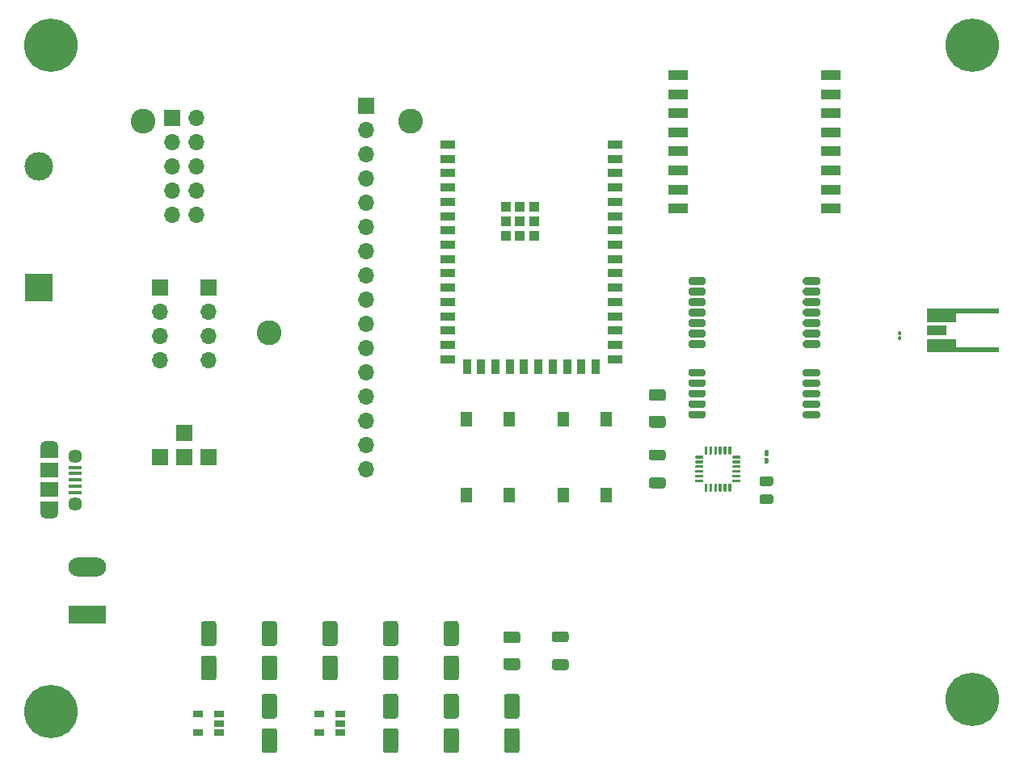
<source format=gbr>
%TF.GenerationSoftware,KiCad,Pcbnew,(5.1.9)-1*%
%TF.CreationDate,2022-07-25T22:00:42-05:00*%
%TF.ProjectId,GPSPuck,47505350-7563-46b2-9e6b-696361645f70,1*%
%TF.SameCoordinates,Original*%
%TF.FileFunction,Soldermask,Top*%
%TF.FilePolarity,Negative*%
%FSLAX46Y46*%
G04 Gerber Fmt 4.6, Leading zero omitted, Abs format (unit mm)*
G04 Created by KiCad (PCBNEW (5.1.9)-1) date 2022-07-25 22:00:42*
%MOMM*%
%LPD*%
G01*
G04 APERTURE LIST*
%ADD10C,3.600000*%
%ADD11C,5.600000*%
%ADD12R,2.000000X1.000000*%
%ADD13R,1.060000X0.650000*%
%ADD14R,1.100000X1.100000*%
%ADD15R,1.500000X0.900000*%
%ADD16R,0.900000X1.500000*%
%ADD17R,1.300000X1.550000*%
%ADD18R,1.700000X1.700000*%
%ADD19O,1.700000X1.700000*%
%ADD20R,1.900000X1.200000*%
%ADD21O,1.900000X1.200000*%
%ADD22R,1.900000X1.500000*%
%ADD23C,1.450000*%
%ADD24R,1.350000X0.400000*%
%ADD25O,3.960000X1.980000*%
%ADD26R,3.960000X1.980000*%
%ADD27C,3.000000*%
%ADD28R,3.000000X3.000000*%
%ADD29C,2.600000*%
%ADD30R,2.000000X1.100000*%
%ADD31C,0.100000*%
G04 APERTURE END LIST*
D10*
%TO.C,REF\u002A\u002A*%
X171450000Y-64770000D03*
D11*
X171450000Y-64770000D03*
%TD*%
D10*
%TO.C,REF\u002A\u002A*%
X171450000Y-133350000D03*
D11*
X171450000Y-133350000D03*
%TD*%
D10*
%TO.C,REF\u002A\u002A*%
X74930000Y-134620000D03*
D11*
X74930000Y-134620000D03*
%TD*%
%TO.C,REF\u002A\u002A*%
X74930000Y-64770000D03*
D10*
X74930000Y-64770000D03*
%TD*%
%TO.C,U6*%
G36*
G01*
X143605000Y-107695000D02*
X143455000Y-107695000D01*
G75*
G02*
X143380000Y-107620000I0J75000D01*
G01*
X143380000Y-106920000D01*
G75*
G02*
X143455000Y-106845000I75000J0D01*
G01*
X143605000Y-106845000D01*
G75*
G02*
X143680000Y-106920000I0J-75000D01*
G01*
X143680000Y-107620000D01*
G75*
G02*
X143605000Y-107695000I-75000J0D01*
G01*
G37*
G36*
G01*
X144105000Y-107695000D02*
X143955000Y-107695000D01*
G75*
G02*
X143880000Y-107620000I0J75000D01*
G01*
X143880000Y-106920000D01*
G75*
G02*
X143955000Y-106845000I75000J0D01*
G01*
X144105000Y-106845000D01*
G75*
G02*
X144180000Y-106920000I0J-75000D01*
G01*
X144180000Y-107620000D01*
G75*
G02*
X144105000Y-107695000I-75000J0D01*
G01*
G37*
G36*
G01*
X144605000Y-107695000D02*
X144455000Y-107695000D01*
G75*
G02*
X144380000Y-107620000I0J75000D01*
G01*
X144380000Y-106920000D01*
G75*
G02*
X144455000Y-106845000I75000J0D01*
G01*
X144605000Y-106845000D01*
G75*
G02*
X144680000Y-106920000I0J-75000D01*
G01*
X144680000Y-107620000D01*
G75*
G02*
X144605000Y-107695000I-75000J0D01*
G01*
G37*
G36*
G01*
X145105000Y-107695000D02*
X144955000Y-107695000D01*
G75*
G02*
X144880000Y-107620000I0J75000D01*
G01*
X144880000Y-106920000D01*
G75*
G02*
X144955000Y-106845000I75000J0D01*
G01*
X145105000Y-106845000D01*
G75*
G02*
X145180000Y-106920000I0J-75000D01*
G01*
X145180000Y-107620000D01*
G75*
G02*
X145105000Y-107695000I-75000J0D01*
G01*
G37*
G36*
G01*
X145605000Y-107695000D02*
X145455000Y-107695000D01*
G75*
G02*
X145380000Y-107620000I0J75000D01*
G01*
X145380000Y-106920000D01*
G75*
G02*
X145455000Y-106845000I75000J0D01*
G01*
X145605000Y-106845000D01*
G75*
G02*
X145680000Y-106920000I0J-75000D01*
G01*
X145680000Y-107620000D01*
G75*
G02*
X145605000Y-107695000I-75000J0D01*
G01*
G37*
G36*
G01*
X146105000Y-107695000D02*
X145955000Y-107695000D01*
G75*
G02*
X145880000Y-107620000I0J75000D01*
G01*
X145880000Y-106920000D01*
G75*
G02*
X145955000Y-106845000I75000J0D01*
G01*
X146105000Y-106845000D01*
G75*
G02*
X146180000Y-106920000I0J-75000D01*
G01*
X146180000Y-107620000D01*
G75*
G02*
X146105000Y-107695000I-75000J0D01*
G01*
G37*
G36*
G01*
X146305000Y-108045000D02*
X146305000Y-107895000D01*
G75*
G02*
X146380000Y-107820000I75000J0D01*
G01*
X147080000Y-107820000D01*
G75*
G02*
X147155000Y-107895000I0J-75000D01*
G01*
X147155000Y-108045000D01*
G75*
G02*
X147080000Y-108120000I-75000J0D01*
G01*
X146380000Y-108120000D01*
G75*
G02*
X146305000Y-108045000I0J75000D01*
G01*
G37*
G36*
G01*
X146305000Y-108545000D02*
X146305000Y-108395000D01*
G75*
G02*
X146380000Y-108320000I75000J0D01*
G01*
X147080000Y-108320000D01*
G75*
G02*
X147155000Y-108395000I0J-75000D01*
G01*
X147155000Y-108545000D01*
G75*
G02*
X147080000Y-108620000I-75000J0D01*
G01*
X146380000Y-108620000D01*
G75*
G02*
X146305000Y-108545000I0J75000D01*
G01*
G37*
G36*
G01*
X146305000Y-109045000D02*
X146305000Y-108895000D01*
G75*
G02*
X146380000Y-108820000I75000J0D01*
G01*
X147080000Y-108820000D01*
G75*
G02*
X147155000Y-108895000I0J-75000D01*
G01*
X147155000Y-109045000D01*
G75*
G02*
X147080000Y-109120000I-75000J0D01*
G01*
X146380000Y-109120000D01*
G75*
G02*
X146305000Y-109045000I0J75000D01*
G01*
G37*
G36*
G01*
X146305000Y-109545000D02*
X146305000Y-109395000D01*
G75*
G02*
X146380000Y-109320000I75000J0D01*
G01*
X147080000Y-109320000D01*
G75*
G02*
X147155000Y-109395000I0J-75000D01*
G01*
X147155000Y-109545000D01*
G75*
G02*
X147080000Y-109620000I-75000J0D01*
G01*
X146380000Y-109620000D01*
G75*
G02*
X146305000Y-109545000I0J75000D01*
G01*
G37*
G36*
G01*
X146305000Y-110045000D02*
X146305000Y-109895000D01*
G75*
G02*
X146380000Y-109820000I75000J0D01*
G01*
X147080000Y-109820000D01*
G75*
G02*
X147155000Y-109895000I0J-75000D01*
G01*
X147155000Y-110045000D01*
G75*
G02*
X147080000Y-110120000I-75000J0D01*
G01*
X146380000Y-110120000D01*
G75*
G02*
X146305000Y-110045000I0J75000D01*
G01*
G37*
G36*
G01*
X146305000Y-110545000D02*
X146305000Y-110395000D01*
G75*
G02*
X146380000Y-110320000I75000J0D01*
G01*
X147080000Y-110320000D01*
G75*
G02*
X147155000Y-110395000I0J-75000D01*
G01*
X147155000Y-110545000D01*
G75*
G02*
X147080000Y-110620000I-75000J0D01*
G01*
X146380000Y-110620000D01*
G75*
G02*
X146305000Y-110545000I0J75000D01*
G01*
G37*
G36*
G01*
X146105000Y-111595000D02*
X145955000Y-111595000D01*
G75*
G02*
X145880000Y-111520000I0J75000D01*
G01*
X145880000Y-110820000D01*
G75*
G02*
X145955000Y-110745000I75000J0D01*
G01*
X146105000Y-110745000D01*
G75*
G02*
X146180000Y-110820000I0J-75000D01*
G01*
X146180000Y-111520000D01*
G75*
G02*
X146105000Y-111595000I-75000J0D01*
G01*
G37*
G36*
G01*
X145605000Y-111595000D02*
X145455000Y-111595000D01*
G75*
G02*
X145380000Y-111520000I0J75000D01*
G01*
X145380000Y-110820000D01*
G75*
G02*
X145455000Y-110745000I75000J0D01*
G01*
X145605000Y-110745000D01*
G75*
G02*
X145680000Y-110820000I0J-75000D01*
G01*
X145680000Y-111520000D01*
G75*
G02*
X145605000Y-111595000I-75000J0D01*
G01*
G37*
G36*
G01*
X145105000Y-111595000D02*
X144955000Y-111595000D01*
G75*
G02*
X144880000Y-111520000I0J75000D01*
G01*
X144880000Y-110820000D01*
G75*
G02*
X144955000Y-110745000I75000J0D01*
G01*
X145105000Y-110745000D01*
G75*
G02*
X145180000Y-110820000I0J-75000D01*
G01*
X145180000Y-111520000D01*
G75*
G02*
X145105000Y-111595000I-75000J0D01*
G01*
G37*
G36*
G01*
X144605000Y-111595000D02*
X144455000Y-111595000D01*
G75*
G02*
X144380000Y-111520000I0J75000D01*
G01*
X144380000Y-110820000D01*
G75*
G02*
X144455000Y-110745000I75000J0D01*
G01*
X144605000Y-110745000D01*
G75*
G02*
X144680000Y-110820000I0J-75000D01*
G01*
X144680000Y-111520000D01*
G75*
G02*
X144605000Y-111595000I-75000J0D01*
G01*
G37*
G36*
G01*
X144105000Y-111595000D02*
X143955000Y-111595000D01*
G75*
G02*
X143880000Y-111520000I0J75000D01*
G01*
X143880000Y-110820000D01*
G75*
G02*
X143955000Y-110745000I75000J0D01*
G01*
X144105000Y-110745000D01*
G75*
G02*
X144180000Y-110820000I0J-75000D01*
G01*
X144180000Y-111520000D01*
G75*
G02*
X144105000Y-111595000I-75000J0D01*
G01*
G37*
G36*
G01*
X143605000Y-111595000D02*
X143455000Y-111595000D01*
G75*
G02*
X143380000Y-111520000I0J75000D01*
G01*
X143380000Y-110820000D01*
G75*
G02*
X143455000Y-110745000I75000J0D01*
G01*
X143605000Y-110745000D01*
G75*
G02*
X143680000Y-110820000I0J-75000D01*
G01*
X143680000Y-111520000D01*
G75*
G02*
X143605000Y-111595000I-75000J0D01*
G01*
G37*
G36*
G01*
X142405000Y-110545000D02*
X142405000Y-110395000D01*
G75*
G02*
X142480000Y-110320000I75000J0D01*
G01*
X143180000Y-110320000D01*
G75*
G02*
X143255000Y-110395000I0J-75000D01*
G01*
X143255000Y-110545000D01*
G75*
G02*
X143180000Y-110620000I-75000J0D01*
G01*
X142480000Y-110620000D01*
G75*
G02*
X142405000Y-110545000I0J75000D01*
G01*
G37*
G36*
G01*
X142405000Y-110045000D02*
X142405000Y-109895000D01*
G75*
G02*
X142480000Y-109820000I75000J0D01*
G01*
X143180000Y-109820000D01*
G75*
G02*
X143255000Y-109895000I0J-75000D01*
G01*
X143255000Y-110045000D01*
G75*
G02*
X143180000Y-110120000I-75000J0D01*
G01*
X142480000Y-110120000D01*
G75*
G02*
X142405000Y-110045000I0J75000D01*
G01*
G37*
G36*
G01*
X142405000Y-109545000D02*
X142405000Y-109395000D01*
G75*
G02*
X142480000Y-109320000I75000J0D01*
G01*
X143180000Y-109320000D01*
G75*
G02*
X143255000Y-109395000I0J-75000D01*
G01*
X143255000Y-109545000D01*
G75*
G02*
X143180000Y-109620000I-75000J0D01*
G01*
X142480000Y-109620000D01*
G75*
G02*
X142405000Y-109545000I0J75000D01*
G01*
G37*
G36*
G01*
X142405000Y-109045000D02*
X142405000Y-108895000D01*
G75*
G02*
X142480000Y-108820000I75000J0D01*
G01*
X143180000Y-108820000D01*
G75*
G02*
X143255000Y-108895000I0J-75000D01*
G01*
X143255000Y-109045000D01*
G75*
G02*
X143180000Y-109120000I-75000J0D01*
G01*
X142480000Y-109120000D01*
G75*
G02*
X142405000Y-109045000I0J75000D01*
G01*
G37*
G36*
G01*
X142405000Y-108545000D02*
X142405000Y-108395000D01*
G75*
G02*
X142480000Y-108320000I75000J0D01*
G01*
X143180000Y-108320000D01*
G75*
G02*
X143255000Y-108395000I0J-75000D01*
G01*
X143255000Y-108545000D01*
G75*
G02*
X143180000Y-108620000I-75000J0D01*
G01*
X142480000Y-108620000D01*
G75*
G02*
X142405000Y-108545000I0J75000D01*
G01*
G37*
G36*
G01*
X142405000Y-108045000D02*
X142405000Y-107895000D01*
G75*
G02*
X142480000Y-107820000I75000J0D01*
G01*
X143180000Y-107820000D01*
G75*
G02*
X143255000Y-107895000I0J-75000D01*
G01*
X143255000Y-108045000D01*
G75*
G02*
X143180000Y-108120000I-75000J0D01*
G01*
X142480000Y-108120000D01*
G75*
G02*
X142405000Y-108045000I0J75000D01*
G01*
G37*
%TD*%
%TO.C,U5*%
G36*
G01*
X153690000Y-89720000D02*
X153690000Y-89320000D01*
G75*
G02*
X153890000Y-89120000I200000J0D01*
G01*
X155290000Y-89120000D01*
G75*
G02*
X155490000Y-89320000I0J-200000D01*
G01*
X155490000Y-89720000D01*
G75*
G02*
X155290000Y-89920000I-200000J0D01*
G01*
X153890000Y-89920000D01*
G75*
G02*
X153690000Y-89720000I0J200000D01*
G01*
G37*
G36*
G01*
X153690000Y-90820000D02*
X153690000Y-90420000D01*
G75*
G02*
X153890000Y-90220000I200000J0D01*
G01*
X155290000Y-90220000D01*
G75*
G02*
X155490000Y-90420000I0J-200000D01*
G01*
X155490000Y-90820000D01*
G75*
G02*
X155290000Y-91020000I-200000J0D01*
G01*
X153890000Y-91020000D01*
G75*
G02*
X153690000Y-90820000I0J200000D01*
G01*
G37*
G36*
G01*
X153690000Y-91920000D02*
X153690000Y-91520000D01*
G75*
G02*
X153890000Y-91320000I200000J0D01*
G01*
X155290000Y-91320000D01*
G75*
G02*
X155490000Y-91520000I0J-200000D01*
G01*
X155490000Y-91920000D01*
G75*
G02*
X155290000Y-92120000I-200000J0D01*
G01*
X153890000Y-92120000D01*
G75*
G02*
X153690000Y-91920000I0J200000D01*
G01*
G37*
G36*
G01*
X153690000Y-93020000D02*
X153690000Y-92620000D01*
G75*
G02*
X153890000Y-92420000I200000J0D01*
G01*
X155290000Y-92420000D01*
G75*
G02*
X155490000Y-92620000I0J-200000D01*
G01*
X155490000Y-93020000D01*
G75*
G02*
X155290000Y-93220000I-200000J0D01*
G01*
X153890000Y-93220000D01*
G75*
G02*
X153690000Y-93020000I0J200000D01*
G01*
G37*
G36*
G01*
X153690000Y-94120000D02*
X153690000Y-93720000D01*
G75*
G02*
X153890000Y-93520000I200000J0D01*
G01*
X155290000Y-93520000D01*
G75*
G02*
X155490000Y-93720000I0J-200000D01*
G01*
X155490000Y-94120000D01*
G75*
G02*
X155290000Y-94320000I-200000J0D01*
G01*
X153890000Y-94320000D01*
G75*
G02*
X153690000Y-94120000I0J200000D01*
G01*
G37*
G36*
G01*
X153690000Y-95220000D02*
X153690000Y-94820000D01*
G75*
G02*
X153890000Y-94620000I200000J0D01*
G01*
X155290000Y-94620000D01*
G75*
G02*
X155490000Y-94820000I0J-200000D01*
G01*
X155490000Y-95220000D01*
G75*
G02*
X155290000Y-95420000I-200000J0D01*
G01*
X153890000Y-95420000D01*
G75*
G02*
X153690000Y-95220000I0J200000D01*
G01*
G37*
G36*
G01*
X153690000Y-96320000D02*
X153690000Y-95920000D01*
G75*
G02*
X153890000Y-95720000I200000J0D01*
G01*
X155290000Y-95720000D01*
G75*
G02*
X155490000Y-95920000I0J-200000D01*
G01*
X155490000Y-96320000D01*
G75*
G02*
X155290000Y-96520000I-200000J0D01*
G01*
X153890000Y-96520000D01*
G75*
G02*
X153690000Y-96320000I0J200000D01*
G01*
G37*
G36*
G01*
X153690000Y-99320000D02*
X153690000Y-98920000D01*
G75*
G02*
X153890000Y-98720000I200000J0D01*
G01*
X155290000Y-98720000D01*
G75*
G02*
X155490000Y-98920000I0J-200000D01*
G01*
X155490000Y-99320000D01*
G75*
G02*
X155290000Y-99520000I-200000J0D01*
G01*
X153890000Y-99520000D01*
G75*
G02*
X153690000Y-99320000I0J200000D01*
G01*
G37*
G36*
G01*
X153690000Y-100420000D02*
X153690000Y-100020000D01*
G75*
G02*
X153890000Y-99820000I200000J0D01*
G01*
X155290000Y-99820000D01*
G75*
G02*
X155490000Y-100020000I0J-200000D01*
G01*
X155490000Y-100420000D01*
G75*
G02*
X155290000Y-100620000I-200000J0D01*
G01*
X153890000Y-100620000D01*
G75*
G02*
X153690000Y-100420000I0J200000D01*
G01*
G37*
G36*
G01*
X153690000Y-101520000D02*
X153690000Y-101120000D01*
G75*
G02*
X153890000Y-100920000I200000J0D01*
G01*
X155290000Y-100920000D01*
G75*
G02*
X155490000Y-101120000I0J-200000D01*
G01*
X155490000Y-101520000D01*
G75*
G02*
X155290000Y-101720000I-200000J0D01*
G01*
X153890000Y-101720000D01*
G75*
G02*
X153690000Y-101520000I0J200000D01*
G01*
G37*
G36*
G01*
X153690000Y-102620000D02*
X153690000Y-102220000D01*
G75*
G02*
X153890000Y-102020000I200000J0D01*
G01*
X155290000Y-102020000D01*
G75*
G02*
X155490000Y-102220000I0J-200000D01*
G01*
X155490000Y-102620000D01*
G75*
G02*
X155290000Y-102820000I-200000J0D01*
G01*
X153890000Y-102820000D01*
G75*
G02*
X153690000Y-102620000I0J200000D01*
G01*
G37*
G36*
G01*
X153690000Y-103720000D02*
X153690000Y-103320000D01*
G75*
G02*
X153890000Y-103120000I200000J0D01*
G01*
X155290000Y-103120000D01*
G75*
G02*
X155490000Y-103320000I0J-200000D01*
G01*
X155490000Y-103720000D01*
G75*
G02*
X155290000Y-103920000I-200000J0D01*
G01*
X153890000Y-103920000D01*
G75*
G02*
X153690000Y-103720000I0J200000D01*
G01*
G37*
G36*
G01*
X141690000Y-103720000D02*
X141690000Y-103320000D01*
G75*
G02*
X141890000Y-103120000I200000J0D01*
G01*
X143290000Y-103120000D01*
G75*
G02*
X143490000Y-103320000I0J-200000D01*
G01*
X143490000Y-103720000D01*
G75*
G02*
X143290000Y-103920000I-200000J0D01*
G01*
X141890000Y-103920000D01*
G75*
G02*
X141690000Y-103720000I0J200000D01*
G01*
G37*
G36*
G01*
X141690000Y-102620000D02*
X141690000Y-102220000D01*
G75*
G02*
X141890000Y-102020000I200000J0D01*
G01*
X143290000Y-102020000D01*
G75*
G02*
X143490000Y-102220000I0J-200000D01*
G01*
X143490000Y-102620000D01*
G75*
G02*
X143290000Y-102820000I-200000J0D01*
G01*
X141890000Y-102820000D01*
G75*
G02*
X141690000Y-102620000I0J200000D01*
G01*
G37*
G36*
G01*
X141690000Y-101520000D02*
X141690000Y-101120000D01*
G75*
G02*
X141890000Y-100920000I200000J0D01*
G01*
X143290000Y-100920000D01*
G75*
G02*
X143490000Y-101120000I0J-200000D01*
G01*
X143490000Y-101520000D01*
G75*
G02*
X143290000Y-101720000I-200000J0D01*
G01*
X141890000Y-101720000D01*
G75*
G02*
X141690000Y-101520000I0J200000D01*
G01*
G37*
G36*
G01*
X141690000Y-100420000D02*
X141690000Y-100020000D01*
G75*
G02*
X141890000Y-99820000I200000J0D01*
G01*
X143290000Y-99820000D01*
G75*
G02*
X143490000Y-100020000I0J-200000D01*
G01*
X143490000Y-100420000D01*
G75*
G02*
X143290000Y-100620000I-200000J0D01*
G01*
X141890000Y-100620000D01*
G75*
G02*
X141690000Y-100420000I0J200000D01*
G01*
G37*
G36*
G01*
X141690000Y-99320000D02*
X141690000Y-98920000D01*
G75*
G02*
X141890000Y-98720000I200000J0D01*
G01*
X143290000Y-98720000D01*
G75*
G02*
X143490000Y-98920000I0J-200000D01*
G01*
X143490000Y-99320000D01*
G75*
G02*
X143290000Y-99520000I-200000J0D01*
G01*
X141890000Y-99520000D01*
G75*
G02*
X141690000Y-99320000I0J200000D01*
G01*
G37*
G36*
G01*
X141690000Y-96320000D02*
X141690000Y-95920000D01*
G75*
G02*
X141890000Y-95720000I200000J0D01*
G01*
X143290000Y-95720000D01*
G75*
G02*
X143490000Y-95920000I0J-200000D01*
G01*
X143490000Y-96320000D01*
G75*
G02*
X143290000Y-96520000I-200000J0D01*
G01*
X141890000Y-96520000D01*
G75*
G02*
X141690000Y-96320000I0J200000D01*
G01*
G37*
G36*
G01*
X141690000Y-95220000D02*
X141690000Y-94820000D01*
G75*
G02*
X141890000Y-94620000I200000J0D01*
G01*
X143290000Y-94620000D01*
G75*
G02*
X143490000Y-94820000I0J-200000D01*
G01*
X143490000Y-95220000D01*
G75*
G02*
X143290000Y-95420000I-200000J0D01*
G01*
X141890000Y-95420000D01*
G75*
G02*
X141690000Y-95220000I0J200000D01*
G01*
G37*
G36*
G01*
X141690000Y-94120000D02*
X141690000Y-93720000D01*
G75*
G02*
X141890000Y-93520000I200000J0D01*
G01*
X143290000Y-93520000D01*
G75*
G02*
X143490000Y-93720000I0J-200000D01*
G01*
X143490000Y-94120000D01*
G75*
G02*
X143290000Y-94320000I-200000J0D01*
G01*
X141890000Y-94320000D01*
G75*
G02*
X141690000Y-94120000I0J200000D01*
G01*
G37*
G36*
G01*
X141690000Y-93020000D02*
X141690000Y-92620000D01*
G75*
G02*
X141890000Y-92420000I200000J0D01*
G01*
X143290000Y-92420000D01*
G75*
G02*
X143490000Y-92620000I0J-200000D01*
G01*
X143490000Y-93020000D01*
G75*
G02*
X143290000Y-93220000I-200000J0D01*
G01*
X141890000Y-93220000D01*
G75*
G02*
X141690000Y-93020000I0J200000D01*
G01*
G37*
G36*
G01*
X141690000Y-91920000D02*
X141690000Y-91520000D01*
G75*
G02*
X141890000Y-91320000I200000J0D01*
G01*
X143290000Y-91320000D01*
G75*
G02*
X143490000Y-91520000I0J-200000D01*
G01*
X143490000Y-91920000D01*
G75*
G02*
X143290000Y-92120000I-200000J0D01*
G01*
X141890000Y-92120000D01*
G75*
G02*
X141690000Y-91920000I0J200000D01*
G01*
G37*
G36*
G01*
X141690000Y-90820000D02*
X141690000Y-90420000D01*
G75*
G02*
X141890000Y-90220000I200000J0D01*
G01*
X143290000Y-90220000D01*
G75*
G02*
X143490000Y-90420000I0J-200000D01*
G01*
X143490000Y-90820000D01*
G75*
G02*
X143290000Y-91020000I-200000J0D01*
G01*
X141890000Y-91020000D01*
G75*
G02*
X141690000Y-90820000I0J200000D01*
G01*
G37*
G36*
G01*
X141690000Y-89720000D02*
X141690000Y-89320000D01*
G75*
G02*
X141890000Y-89120000I200000J0D01*
G01*
X143290000Y-89120000D01*
G75*
G02*
X143490000Y-89320000I0J-200000D01*
G01*
X143490000Y-89720000D01*
G75*
G02*
X143290000Y-89920000I-200000J0D01*
G01*
X141890000Y-89920000D01*
G75*
G02*
X141690000Y-89720000I0J200000D01*
G01*
G37*
%TD*%
D12*
%TO.C,U4*%
X156590000Y-67930000D03*
X156590000Y-69930000D03*
X156590000Y-71930000D03*
X156590000Y-73930000D03*
X156590000Y-75930000D03*
X156590000Y-77930000D03*
X156590000Y-79930000D03*
X156590000Y-81930000D03*
X140590000Y-81930000D03*
X140590000Y-79930000D03*
X140590000Y-77930000D03*
X140590000Y-75930000D03*
X140590000Y-73930000D03*
X140590000Y-71930000D03*
X140590000Y-69930000D03*
X140590000Y-67930000D03*
%TD*%
D13*
%TO.C,5V Reg.*%
X90340000Y-136840000D03*
X90340000Y-134940000D03*
X92540000Y-134940000D03*
X92540000Y-135890000D03*
X92540000Y-136840000D03*
%TD*%
%TO.C,3.3V Reg.*%
X103040000Y-136840000D03*
X103040000Y-134940000D03*
X105240000Y-134940000D03*
X105240000Y-135890000D03*
X105240000Y-136840000D03*
%TD*%
D14*
%TO.C,U1*%
X122535000Y-81715000D03*
X122535000Y-83265000D03*
X122535000Y-84765000D03*
X124035000Y-84765000D03*
X125535000Y-84765000D03*
X125535000Y-83265000D03*
X125535000Y-81715000D03*
X124035000Y-81715000D03*
X124035000Y-83265000D03*
D15*
X133975000Y-75215000D03*
X133975000Y-76715000D03*
X133975000Y-78215000D03*
X133975000Y-79715000D03*
X133975000Y-81215000D03*
X133975000Y-82715000D03*
X133975000Y-84215000D03*
X133975000Y-85715000D03*
X133975000Y-87215000D03*
X133975000Y-88715000D03*
X133975000Y-90215000D03*
X133975000Y-91715000D03*
X133975000Y-93215000D03*
X133975000Y-94715000D03*
X133975000Y-96215000D03*
X133975000Y-97715000D03*
D16*
X131975000Y-98465000D03*
X130475000Y-98465000D03*
X128975000Y-98465000D03*
X127475000Y-98465000D03*
X125975000Y-98465000D03*
X124475000Y-98465000D03*
X122975000Y-98465000D03*
X121475000Y-98465000D03*
X119975000Y-98465000D03*
X118475000Y-98465000D03*
D15*
X116475000Y-75215000D03*
X116475000Y-76715000D03*
X116475000Y-78215000D03*
X116475000Y-79715000D03*
X116475000Y-81215000D03*
X116475000Y-82715000D03*
X116475000Y-84215000D03*
X116475000Y-85715000D03*
X116475000Y-87215000D03*
X116475000Y-88715000D03*
X116475000Y-90215000D03*
X116475000Y-91715000D03*
X116475000Y-93215000D03*
X116475000Y-94715000D03*
X116475000Y-96215000D03*
X116475000Y-97715000D03*
%TD*%
D17*
%TO.C,SW2*%
X133060000Y-103975000D03*
X133060000Y-111925000D03*
X128560000Y-103975000D03*
X128560000Y-111925000D03*
%TD*%
%TO.C,SW1*%
X122900000Y-103975000D03*
X122900000Y-111925000D03*
X118400000Y-103975000D03*
X118400000Y-111925000D03*
%TD*%
%TO.C,R4*%
G36*
G01*
X137804999Y-110120000D02*
X139055001Y-110120000D01*
G75*
G02*
X139305000Y-110369999I0J-249999D01*
G01*
X139305000Y-110995001D01*
G75*
G02*
X139055001Y-111245000I-249999J0D01*
G01*
X137804999Y-111245000D01*
G75*
G02*
X137555000Y-110995001I0J249999D01*
G01*
X137555000Y-110369999D01*
G75*
G02*
X137804999Y-110120000I249999J0D01*
G01*
G37*
G36*
G01*
X137804999Y-107195000D02*
X139055001Y-107195000D01*
G75*
G02*
X139305000Y-107444999I0J-249999D01*
G01*
X139305000Y-108070001D01*
G75*
G02*
X139055001Y-108320000I-249999J0D01*
G01*
X137804999Y-108320000D01*
G75*
G02*
X137555000Y-108070001I0J249999D01*
G01*
X137555000Y-107444999D01*
G75*
G02*
X137804999Y-107195000I249999J0D01*
G01*
G37*
%TD*%
%TO.C,R3*%
G36*
G01*
X149385000Y-111890000D02*
X150335000Y-111890000D01*
G75*
G02*
X150585000Y-112140000I0J-250000D01*
G01*
X150585000Y-112640000D01*
G75*
G02*
X150335000Y-112890000I-250000J0D01*
G01*
X149385000Y-112890000D01*
G75*
G02*
X149135000Y-112640000I0J250000D01*
G01*
X149135000Y-112140000D01*
G75*
G02*
X149385000Y-111890000I250000J0D01*
G01*
G37*
G36*
G01*
X149385000Y-109990000D02*
X150335000Y-109990000D01*
G75*
G02*
X150585000Y-110240000I0J-250000D01*
G01*
X150585000Y-110740000D01*
G75*
G02*
X150335000Y-110990000I-250000J0D01*
G01*
X149385000Y-110990000D01*
G75*
G02*
X149135000Y-110740000I0J250000D01*
G01*
X149135000Y-110240000D01*
G75*
G02*
X149385000Y-109990000I250000J0D01*
G01*
G37*
%TD*%
%TO.C,R2*%
G36*
G01*
X163905000Y-95700000D02*
X163755000Y-95700000D01*
G75*
G02*
X163680000Y-95625000I0J75000D01*
G01*
X163680000Y-95375000D01*
G75*
G02*
X163755000Y-95300000I75000J0D01*
G01*
X163905000Y-95300000D01*
G75*
G02*
X163980000Y-95375000I0J-75000D01*
G01*
X163980000Y-95625000D01*
G75*
G02*
X163905000Y-95700000I-75000J0D01*
G01*
G37*
G36*
G01*
X163905000Y-95200000D02*
X163755000Y-95200000D01*
G75*
G02*
X163680000Y-95125000I0J75000D01*
G01*
X163680000Y-94875000D01*
G75*
G02*
X163755000Y-94800000I75000J0D01*
G01*
X163905000Y-94800000D01*
G75*
G02*
X163980000Y-94875000I0J-75000D01*
G01*
X163980000Y-95125000D01*
G75*
G02*
X163905000Y-95200000I-75000J0D01*
G01*
G37*
%TD*%
%TO.C,R1*%
G36*
G01*
X127644999Y-126245000D02*
X128895001Y-126245000D01*
G75*
G02*
X129145000Y-126494999I0J-249999D01*
G01*
X129145000Y-127120001D01*
G75*
G02*
X128895001Y-127370000I-249999J0D01*
G01*
X127644999Y-127370000D01*
G75*
G02*
X127395000Y-127120001I0J249999D01*
G01*
X127395000Y-126494999D01*
G75*
G02*
X127644999Y-126245000I249999J0D01*
G01*
G37*
G36*
G01*
X127644999Y-129170000D02*
X128895001Y-129170000D01*
G75*
G02*
X129145000Y-129419999I0J-249999D01*
G01*
X129145000Y-130045001D01*
G75*
G02*
X128895001Y-130295000I-249999J0D01*
G01*
X127644999Y-130295000D01*
G75*
G02*
X127395000Y-130045001I0J249999D01*
G01*
X127395000Y-129419999D01*
G75*
G02*
X127644999Y-129170000I249999J0D01*
G01*
G37*
%TD*%
D18*
%TO.C,J10*%
X91440000Y-90170000D03*
D19*
X91440000Y-92710000D03*
X91440000Y-95250000D03*
X91440000Y-97790000D03*
%TD*%
%TO.C,J9*%
X86360000Y-97790000D03*
X86360000Y-95250000D03*
X86360000Y-92710000D03*
D18*
X86360000Y-90170000D03*
%TD*%
D19*
%TO.C,J8*%
X107950000Y-109220000D03*
X107950000Y-106680000D03*
X107950000Y-104140000D03*
X107950000Y-101600000D03*
X107950000Y-99060000D03*
X107950000Y-96520000D03*
X107950000Y-93980000D03*
X107950000Y-91440000D03*
X107950000Y-88900000D03*
X107950000Y-86360000D03*
X107950000Y-83820000D03*
X107950000Y-81280000D03*
X107950000Y-78740000D03*
X107950000Y-76200000D03*
X107950000Y-73660000D03*
D18*
X107950000Y-71120000D03*
%TD*%
D19*
%TO.C,J7*%
X90170000Y-82550000D03*
X87630000Y-82550000D03*
X90170000Y-80010000D03*
X87630000Y-80010000D03*
X90170000Y-77470000D03*
X87630000Y-77470000D03*
X90170000Y-74930000D03*
X87630000Y-74930000D03*
X90170000Y-72390000D03*
D18*
X87630000Y-72390000D03*
%TD*%
%TO.C,J6*%
X88900000Y-105410000D03*
%TD*%
%TO.C,J5*%
X88900000Y-107950000D03*
%TD*%
%TO.C,J4*%
X86360000Y-107950000D03*
%TD*%
%TO.C,J3*%
X91440000Y-107950000D03*
%TD*%
D20*
%TO.C,J2*%
X74708500Y-107463000D03*
X74708500Y-113263000D03*
D21*
X74708500Y-113863000D03*
X74708500Y-106863000D03*
D22*
X74708500Y-109363000D03*
D23*
X77408500Y-112863000D03*
D24*
X77408500Y-110363000D03*
X77408500Y-111013000D03*
X77408500Y-111663000D03*
X77408500Y-109063000D03*
X77408500Y-109713000D03*
D23*
X77408500Y-107863000D03*
D22*
X74708500Y-111363000D03*
%TD*%
D25*
%TO.C,J1*%
X78740000Y-119460000D03*
D26*
X78740000Y-124460000D03*
%TD*%
%TO.C,D2*%
G36*
G01*
X137805000Y-103645000D02*
X139055000Y-103645000D01*
G75*
G02*
X139305000Y-103895000I0J-250000D01*
G01*
X139305000Y-104645000D01*
G75*
G02*
X139055000Y-104895000I-250000J0D01*
G01*
X137805000Y-104895000D01*
G75*
G02*
X137555000Y-104645000I0J250000D01*
G01*
X137555000Y-103895000D01*
G75*
G02*
X137805000Y-103645000I250000J0D01*
G01*
G37*
G36*
G01*
X137805000Y-100845000D02*
X139055000Y-100845000D01*
G75*
G02*
X139305000Y-101095000I0J-250000D01*
G01*
X139305000Y-101845000D01*
G75*
G02*
X139055000Y-102095000I-250000J0D01*
G01*
X137805000Y-102095000D01*
G75*
G02*
X137555000Y-101845000I0J250000D01*
G01*
X137555000Y-101095000D01*
G75*
G02*
X137805000Y-100845000I250000J0D01*
G01*
G37*
%TD*%
%TO.C,D1*%
G36*
G01*
X122565000Y-126245000D02*
X123815000Y-126245000D01*
G75*
G02*
X124065000Y-126495000I0J-250000D01*
G01*
X124065000Y-127245000D01*
G75*
G02*
X123815000Y-127495000I-250000J0D01*
G01*
X122565000Y-127495000D01*
G75*
G02*
X122315000Y-127245000I0J250000D01*
G01*
X122315000Y-126495000D01*
G75*
G02*
X122565000Y-126245000I250000J0D01*
G01*
G37*
G36*
G01*
X122565000Y-129045000D02*
X123815000Y-129045000D01*
G75*
G02*
X124065000Y-129295000I0J-250000D01*
G01*
X124065000Y-130045000D01*
G75*
G02*
X123815000Y-130295000I-250000J0D01*
G01*
X122565000Y-130295000D01*
G75*
G02*
X122315000Y-130045000I0J250000D01*
G01*
X122315000Y-129295000D01*
G75*
G02*
X122565000Y-129045000I250000J0D01*
G01*
G37*
%TD*%
%TO.C,C8*%
G36*
G01*
X116290000Y-125170000D02*
X117390000Y-125170000D01*
G75*
G02*
X117640000Y-125420000I0J-250000D01*
G01*
X117640000Y-127520000D01*
G75*
G02*
X117390000Y-127770000I-250000J0D01*
G01*
X116290000Y-127770000D01*
G75*
G02*
X116040000Y-127520000I0J250000D01*
G01*
X116040000Y-125420000D01*
G75*
G02*
X116290000Y-125170000I250000J0D01*
G01*
G37*
G36*
G01*
X116290000Y-128770000D02*
X117390000Y-128770000D01*
G75*
G02*
X117640000Y-129020000I0J-250000D01*
G01*
X117640000Y-131120000D01*
G75*
G02*
X117390000Y-131370000I-250000J0D01*
G01*
X116290000Y-131370000D01*
G75*
G02*
X116040000Y-131120000I0J250000D01*
G01*
X116040000Y-129020000D01*
G75*
G02*
X116290000Y-128770000I250000J0D01*
G01*
G37*
%TD*%
%TO.C,C7*%
G36*
G01*
X109940000Y-136390000D02*
X111040000Y-136390000D01*
G75*
G02*
X111290000Y-136640000I0J-250000D01*
G01*
X111290000Y-138740000D01*
G75*
G02*
X111040000Y-138990000I-250000J0D01*
G01*
X109940000Y-138990000D01*
G75*
G02*
X109690000Y-138740000I0J250000D01*
G01*
X109690000Y-136640000D01*
G75*
G02*
X109940000Y-136390000I250000J0D01*
G01*
G37*
G36*
G01*
X109940000Y-132790000D02*
X111040000Y-132790000D01*
G75*
G02*
X111290000Y-133040000I0J-250000D01*
G01*
X111290000Y-135140000D01*
G75*
G02*
X111040000Y-135390000I-250000J0D01*
G01*
X109940000Y-135390000D01*
G75*
G02*
X109690000Y-135140000I0J250000D01*
G01*
X109690000Y-133040000D01*
G75*
G02*
X109940000Y-132790000I250000J0D01*
G01*
G37*
%TD*%
%TO.C,C6*%
G36*
G01*
X109940000Y-128770000D02*
X111040000Y-128770000D01*
G75*
G02*
X111290000Y-129020000I0J-250000D01*
G01*
X111290000Y-131120000D01*
G75*
G02*
X111040000Y-131370000I-250000J0D01*
G01*
X109940000Y-131370000D01*
G75*
G02*
X109690000Y-131120000I0J250000D01*
G01*
X109690000Y-129020000D01*
G75*
G02*
X109940000Y-128770000I250000J0D01*
G01*
G37*
G36*
G01*
X109940000Y-125170000D02*
X111040000Y-125170000D01*
G75*
G02*
X111290000Y-125420000I0J-250000D01*
G01*
X111290000Y-127520000D01*
G75*
G02*
X111040000Y-127770000I-250000J0D01*
G01*
X109940000Y-127770000D01*
G75*
G02*
X109690000Y-127520000I0J250000D01*
G01*
X109690000Y-125420000D01*
G75*
G02*
X109940000Y-125170000I250000J0D01*
G01*
G37*
%TD*%
%TO.C,C5*%
G36*
G01*
X97240000Y-128770000D02*
X98340000Y-128770000D01*
G75*
G02*
X98590000Y-129020000I0J-250000D01*
G01*
X98590000Y-131120000D01*
G75*
G02*
X98340000Y-131370000I-250000J0D01*
G01*
X97240000Y-131370000D01*
G75*
G02*
X96990000Y-131120000I0J250000D01*
G01*
X96990000Y-129020000D01*
G75*
G02*
X97240000Y-128770000I250000J0D01*
G01*
G37*
G36*
G01*
X97240000Y-125170000D02*
X98340000Y-125170000D01*
G75*
G02*
X98590000Y-125420000I0J-250000D01*
G01*
X98590000Y-127520000D01*
G75*
G02*
X98340000Y-127770000I-250000J0D01*
G01*
X97240000Y-127770000D01*
G75*
G02*
X96990000Y-127520000I0J250000D01*
G01*
X96990000Y-125420000D01*
G75*
G02*
X97240000Y-125170000I250000J0D01*
G01*
G37*
%TD*%
%TO.C,C4*%
G36*
G01*
X103590000Y-128770000D02*
X104690000Y-128770000D01*
G75*
G02*
X104940000Y-129020000I0J-250000D01*
G01*
X104940000Y-131120000D01*
G75*
G02*
X104690000Y-131370000I-250000J0D01*
G01*
X103590000Y-131370000D01*
G75*
G02*
X103340000Y-131120000I0J250000D01*
G01*
X103340000Y-129020000D01*
G75*
G02*
X103590000Y-128770000I250000J0D01*
G01*
G37*
G36*
G01*
X103590000Y-125170000D02*
X104690000Y-125170000D01*
G75*
G02*
X104940000Y-125420000I0J-250000D01*
G01*
X104940000Y-127520000D01*
G75*
G02*
X104690000Y-127770000I-250000J0D01*
G01*
X103590000Y-127770000D01*
G75*
G02*
X103340000Y-127520000I0J250000D01*
G01*
X103340000Y-125420000D01*
G75*
G02*
X103590000Y-125170000I250000J0D01*
G01*
G37*
%TD*%
%TO.C,C3*%
G36*
G01*
X97240000Y-136390000D02*
X98340000Y-136390000D01*
G75*
G02*
X98590000Y-136640000I0J-250000D01*
G01*
X98590000Y-138740000D01*
G75*
G02*
X98340000Y-138990000I-250000J0D01*
G01*
X97240000Y-138990000D01*
G75*
G02*
X96990000Y-138740000I0J250000D01*
G01*
X96990000Y-136640000D01*
G75*
G02*
X97240000Y-136390000I250000J0D01*
G01*
G37*
G36*
G01*
X97240000Y-132790000D02*
X98340000Y-132790000D01*
G75*
G02*
X98590000Y-133040000I0J-250000D01*
G01*
X98590000Y-135140000D01*
G75*
G02*
X98340000Y-135390000I-250000J0D01*
G01*
X97240000Y-135390000D01*
G75*
G02*
X96990000Y-135140000I0J250000D01*
G01*
X96990000Y-133040000D01*
G75*
G02*
X97240000Y-132790000I250000J0D01*
G01*
G37*
%TD*%
%TO.C,C2*%
G36*
G01*
X122640000Y-132790000D02*
X123740000Y-132790000D01*
G75*
G02*
X123990000Y-133040000I0J-250000D01*
G01*
X123990000Y-135140000D01*
G75*
G02*
X123740000Y-135390000I-250000J0D01*
G01*
X122640000Y-135390000D01*
G75*
G02*
X122390000Y-135140000I0J250000D01*
G01*
X122390000Y-133040000D01*
G75*
G02*
X122640000Y-132790000I250000J0D01*
G01*
G37*
G36*
G01*
X122640000Y-136390000D02*
X123740000Y-136390000D01*
G75*
G02*
X123990000Y-136640000I0J-250000D01*
G01*
X123990000Y-138740000D01*
G75*
G02*
X123740000Y-138990000I-250000J0D01*
G01*
X122640000Y-138990000D01*
G75*
G02*
X122390000Y-138740000I0J250000D01*
G01*
X122390000Y-136640000D01*
G75*
G02*
X122640000Y-136390000I250000J0D01*
G01*
G37*
%TD*%
%TO.C,C1*%
G36*
G01*
X90890000Y-128770000D02*
X91990000Y-128770000D01*
G75*
G02*
X92240000Y-129020000I0J-250000D01*
G01*
X92240000Y-131120000D01*
G75*
G02*
X91990000Y-131370000I-250000J0D01*
G01*
X90890000Y-131370000D01*
G75*
G02*
X90640000Y-131120000I0J250000D01*
G01*
X90640000Y-129020000D01*
G75*
G02*
X90890000Y-128770000I250000J0D01*
G01*
G37*
G36*
G01*
X90890000Y-125170000D02*
X91990000Y-125170000D01*
G75*
G02*
X92240000Y-125420000I0J-250000D01*
G01*
X92240000Y-127520000D01*
G75*
G02*
X91990000Y-127770000I-250000J0D01*
G01*
X90890000Y-127770000D01*
G75*
G02*
X90640000Y-127520000I0J250000D01*
G01*
X90640000Y-125420000D01*
G75*
G02*
X90890000Y-125170000I250000J0D01*
G01*
G37*
%TD*%
D27*
%TO.C,BT1*%
X73660000Y-77470000D03*
D28*
X73660000Y-90170000D03*
D29*
X84560000Y-72720000D03*
X112560000Y-72720000D03*
X97810000Y-94920000D03*
%TD*%
D30*
%TO.C,AE1*%
X167720000Y-94700000D03*
D31*
G36*
X166720000Y-95600000D02*
G01*
X169720000Y-95600000D01*
X169720000Y-96450000D01*
X174220000Y-96450000D01*
X174220000Y-97000000D01*
X166720000Y-97000000D01*
X166720000Y-95600000D01*
G37*
G36*
X166720000Y-92400000D02*
G01*
X174220000Y-92400000D01*
X174220000Y-92950000D01*
X169720000Y-92950000D01*
X169720000Y-93800000D01*
X166720000Y-93800000D01*
X166720000Y-92400000D01*
G37*
%TD*%
%TO.C,2200pF1*%
G36*
G01*
X149760000Y-108040000D02*
X149960000Y-108040000D01*
G75*
G02*
X150060000Y-108140000I0J-100000D01*
G01*
X150060000Y-108575000D01*
G75*
G02*
X149960000Y-108675000I-100000J0D01*
G01*
X149760000Y-108675000D01*
G75*
G02*
X149660000Y-108575000I0J100000D01*
G01*
X149660000Y-108140000D01*
G75*
G02*
X149760000Y-108040000I100000J0D01*
G01*
G37*
G36*
G01*
X149760000Y-107225000D02*
X149960000Y-107225000D01*
G75*
G02*
X150060000Y-107325000I0J-100000D01*
G01*
X150060000Y-107760000D01*
G75*
G02*
X149960000Y-107860000I-100000J0D01*
G01*
X149760000Y-107860000D01*
G75*
G02*
X149660000Y-107760000I0J100000D01*
G01*
X149660000Y-107325000D01*
G75*
G02*
X149760000Y-107225000I100000J0D01*
G01*
G37*
%TD*%
%TO.C,.1uF*%
G36*
G01*
X116290000Y-132790000D02*
X117390000Y-132790000D01*
G75*
G02*
X117640000Y-133040000I0J-250000D01*
G01*
X117640000Y-135140000D01*
G75*
G02*
X117390000Y-135390000I-250000J0D01*
G01*
X116290000Y-135390000D01*
G75*
G02*
X116040000Y-135140000I0J250000D01*
G01*
X116040000Y-133040000D01*
G75*
G02*
X116290000Y-132790000I250000J0D01*
G01*
G37*
G36*
G01*
X116290000Y-136390000D02*
X117390000Y-136390000D01*
G75*
G02*
X117640000Y-136640000I0J-250000D01*
G01*
X117640000Y-138740000D01*
G75*
G02*
X117390000Y-138990000I-250000J0D01*
G01*
X116290000Y-138990000D01*
G75*
G02*
X116040000Y-138740000I0J250000D01*
G01*
X116040000Y-136640000D01*
G75*
G02*
X116290000Y-136390000I250000J0D01*
G01*
G37*
%TD*%
M02*

</source>
